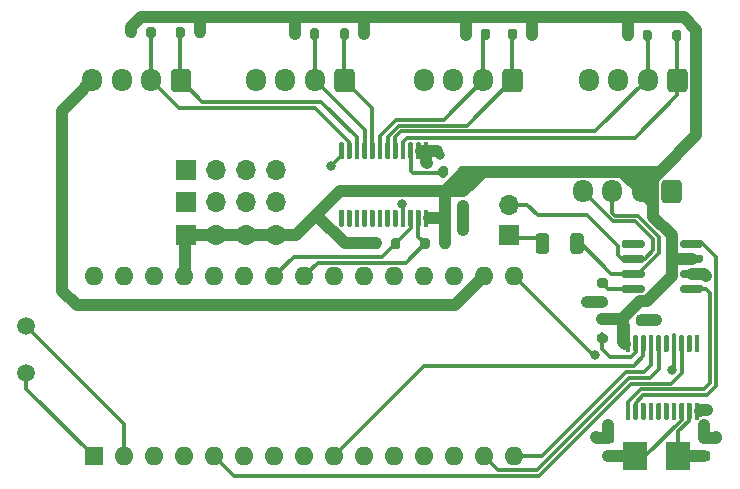
<source format=gbr>
%TF.GenerationSoftware,KiCad,Pcbnew,(5.1.9)-1*%
%TF.CreationDate,2021-08-01T22:25:33+09:30*%
%TF.ProjectId,tyre_temp_sense,74797265-5f74-4656-9d70-5f73656e7365,rev?*%
%TF.SameCoordinates,Original*%
%TF.FileFunction,Copper,L1,Top*%
%TF.FilePolarity,Positive*%
%FSLAX46Y46*%
G04 Gerber Fmt 4.6, Leading zero omitted, Abs format (unit mm)*
G04 Created by KiCad (PCBNEW (5.1.9)-1) date 2021-08-01 22:25:33*
%MOMM*%
%LPD*%
G01*
G04 APERTURE LIST*
%TA.AperFunction,ComponentPad*%
%ADD10O,1.700000X1.700000*%
%TD*%
%TA.AperFunction,ComponentPad*%
%ADD11R,1.700000X1.700000*%
%TD*%
%TA.AperFunction,SMDPad,CuDef*%
%ADD12C,1.500000*%
%TD*%
%TA.AperFunction,SMDPad,CuDef*%
%ADD13R,2.000000X2.400000*%
%TD*%
%TA.AperFunction,ComponentPad*%
%ADD14O,1.700000X1.950000*%
%TD*%
%TA.AperFunction,ComponentPad*%
%ADD15O,1.600000X1.600000*%
%TD*%
%TA.AperFunction,ComponentPad*%
%ADD16R,1.600000X1.600000*%
%TD*%
%TA.AperFunction,ViaPad*%
%ADD17C,0.800000*%
%TD*%
%TA.AperFunction,Conductor*%
%ADD18C,0.300000*%
%TD*%
%TA.AperFunction,Conductor*%
%ADD19C,1.000000*%
%TD*%
G04 APERTURE END LIST*
%TO.P,R14,2*%
%TO.N,CAN+*%
%TA.AperFunction,SMDPad,CuDef*%
G36*
G01*
X109546500Y-74625001D02*
X109546500Y-73374999D01*
G75*
G02*
X109796499Y-73125000I249999J0D01*
G01*
X110421501Y-73125000D01*
G75*
G02*
X110671500Y-73374999I0J-249999D01*
G01*
X110671500Y-74625001D01*
G75*
G02*
X110421501Y-74875000I-249999J0D01*
G01*
X109796499Y-74875000D01*
G75*
G02*
X109546500Y-74625001I0J249999D01*
G01*
G37*
%TD.AperFunction*%
%TO.P,R14,1*%
%TO.N,Net-(J6-Pad1)*%
%TA.AperFunction,SMDPad,CuDef*%
G36*
G01*
X106621500Y-74625001D02*
X106621500Y-73374999D01*
G75*
G02*
X106871499Y-73125000I249999J0D01*
G01*
X107496501Y-73125000D01*
G75*
G02*
X107746500Y-73374999I0J-249999D01*
G01*
X107746500Y-74625001D01*
G75*
G02*
X107496501Y-74875000I-249999J0D01*
G01*
X106871499Y-74875000D01*
G75*
G02*
X106621500Y-74625001I0J249999D01*
G01*
G37*
%TD.AperFunction*%
%TD*%
D10*
%TO.P,J8,4*%
%TO.N,GND*%
X84620000Y-67750000D03*
%TO.P,J8,3*%
X82080000Y-67750000D03*
%TO.P,J8,2*%
X79540000Y-67750000D03*
D11*
%TO.P,J8,1*%
X77000000Y-67750000D03*
%TD*%
D10*
%TO.P,J9,4*%
%TO.N,+5V*%
X84620000Y-73250000D03*
%TO.P,J9,3*%
X82080000Y-73250000D03*
%TO.P,J9,2*%
X79540000Y-73250000D03*
D11*
%TO.P,J9,1*%
X77000000Y-73250000D03*
%TD*%
D10*
%TO.P,J7,4*%
%TO.N,A0*%
X84620000Y-70500000D03*
%TO.P,J7,3*%
%TO.N,A1*%
X82080000Y-70500000D03*
%TO.P,J7,2*%
%TO.N,A2*%
X79540000Y-70500000D03*
D11*
%TO.P,J7,1*%
%TO.N,A3*%
X77000000Y-70500000D03*
%TD*%
D12*
%TO.P,TP9,1*%
%TO.N,Net-(A1-Pad1)*%
X63500000Y-85000000D03*
%TD*%
%TO.P,TP8,1*%
%TO.N,Net-(A1-Pad2)*%
X63500000Y-81000000D03*
%TD*%
D10*
%TO.P,J6,2*%
%TO.N,CAN-*%
X104394000Y-70739000D03*
D11*
%TO.P,J6,1*%
%TO.N,Net-(J6-Pad1)*%
X104394000Y-73279000D03*
%TD*%
%TO.P,C4,2*%
%TO.N,GND*%
%TA.AperFunction,SMDPad,CuDef*%
G36*
G01*
X115133000Y-80768000D02*
X115133000Y-80268000D01*
G75*
G02*
X115358000Y-80043000I225000J0D01*
G01*
X115808000Y-80043000D01*
G75*
G02*
X116033000Y-80268000I0J-225000D01*
G01*
X116033000Y-80768000D01*
G75*
G02*
X115808000Y-80993000I-225000J0D01*
G01*
X115358000Y-80993000D01*
G75*
G02*
X115133000Y-80768000I0J225000D01*
G01*
G37*
%TD.AperFunction*%
%TO.P,C4,1*%
%TO.N,+5V*%
%TA.AperFunction,SMDPad,CuDef*%
G36*
G01*
X113583000Y-80768000D02*
X113583000Y-80268000D01*
G75*
G02*
X113808000Y-80043000I225000J0D01*
G01*
X114258000Y-80043000D01*
G75*
G02*
X114483000Y-80268000I0J-225000D01*
G01*
X114483000Y-80768000D01*
G75*
G02*
X114258000Y-80993000I-225000J0D01*
G01*
X113808000Y-80993000D01*
G75*
G02*
X113583000Y-80768000I0J225000D01*
G01*
G37*
%TD.AperFunction*%
%TD*%
D13*
%TO.P,Y1,2*%
%TO.N,Net-(C2-Pad1)*%
X118700000Y-92000000D03*
%TO.P,Y1,1*%
%TO.N,Net-(C1-Pad1)*%
X115000000Y-92000000D03*
%TD*%
%TO.P,U3,8*%
%TO.N,Net-(R13-Pad1)*%
%TA.AperFunction,SMDPad,CuDef*%
G36*
G01*
X115848000Y-77701000D02*
X115848000Y-78001000D01*
G75*
G02*
X115698000Y-78151000I-150000J0D01*
G01*
X114048000Y-78151000D01*
G75*
G02*
X113898000Y-78001000I0J150000D01*
G01*
X113898000Y-77701000D01*
G75*
G02*
X114048000Y-77551000I150000J0D01*
G01*
X115698000Y-77551000D01*
G75*
G02*
X115848000Y-77701000I0J-150000D01*
G01*
G37*
%TD.AperFunction*%
%TO.P,U3,7*%
%TO.N,CAN+*%
%TA.AperFunction,SMDPad,CuDef*%
G36*
G01*
X115848000Y-76431000D02*
X115848000Y-76731000D01*
G75*
G02*
X115698000Y-76881000I-150000J0D01*
G01*
X114048000Y-76881000D01*
G75*
G02*
X113898000Y-76731000I0J150000D01*
G01*
X113898000Y-76431000D01*
G75*
G02*
X114048000Y-76281000I150000J0D01*
G01*
X115698000Y-76281000D01*
G75*
G02*
X115848000Y-76431000I0J-150000D01*
G01*
G37*
%TD.AperFunction*%
%TO.P,U3,6*%
%TO.N,CAN-*%
%TA.AperFunction,SMDPad,CuDef*%
G36*
G01*
X115848000Y-75161000D02*
X115848000Y-75461000D01*
G75*
G02*
X115698000Y-75611000I-150000J0D01*
G01*
X114048000Y-75611000D01*
G75*
G02*
X113898000Y-75461000I0J150000D01*
G01*
X113898000Y-75161000D01*
G75*
G02*
X114048000Y-75011000I150000J0D01*
G01*
X115698000Y-75011000D01*
G75*
G02*
X115848000Y-75161000I0J-150000D01*
G01*
G37*
%TD.AperFunction*%
%TO.P,U3,5*%
%TO.N,Net-(U3-Pad5)*%
%TA.AperFunction,SMDPad,CuDef*%
G36*
G01*
X115848000Y-73891000D02*
X115848000Y-74191000D01*
G75*
G02*
X115698000Y-74341000I-150000J0D01*
G01*
X114048000Y-74341000D01*
G75*
G02*
X113898000Y-74191000I0J150000D01*
G01*
X113898000Y-73891000D01*
G75*
G02*
X114048000Y-73741000I150000J0D01*
G01*
X115698000Y-73741000D01*
G75*
G02*
X115848000Y-73891000I0J-150000D01*
G01*
G37*
%TD.AperFunction*%
%TO.P,U3,4*%
%TO.N,Net-(U2-Pad2)*%
%TA.AperFunction,SMDPad,CuDef*%
G36*
G01*
X120798000Y-73891000D02*
X120798000Y-74191000D01*
G75*
G02*
X120648000Y-74341000I-150000J0D01*
G01*
X118998000Y-74341000D01*
G75*
G02*
X118848000Y-74191000I0J150000D01*
G01*
X118848000Y-73891000D01*
G75*
G02*
X118998000Y-73741000I150000J0D01*
G01*
X120648000Y-73741000D01*
G75*
G02*
X120798000Y-73891000I0J-150000D01*
G01*
G37*
%TD.AperFunction*%
%TO.P,U3,3*%
%TO.N,+5V*%
%TA.AperFunction,SMDPad,CuDef*%
G36*
G01*
X120798000Y-75161000D02*
X120798000Y-75461000D01*
G75*
G02*
X120648000Y-75611000I-150000J0D01*
G01*
X118998000Y-75611000D01*
G75*
G02*
X118848000Y-75461000I0J150000D01*
G01*
X118848000Y-75161000D01*
G75*
G02*
X118998000Y-75011000I150000J0D01*
G01*
X120648000Y-75011000D01*
G75*
G02*
X120798000Y-75161000I0J-150000D01*
G01*
G37*
%TD.AperFunction*%
%TO.P,U3,2*%
%TO.N,GND*%
%TA.AperFunction,SMDPad,CuDef*%
G36*
G01*
X120798000Y-76431000D02*
X120798000Y-76731000D01*
G75*
G02*
X120648000Y-76881000I-150000J0D01*
G01*
X118998000Y-76881000D01*
G75*
G02*
X118848000Y-76731000I0J150000D01*
G01*
X118848000Y-76431000D01*
G75*
G02*
X118998000Y-76281000I150000J0D01*
G01*
X120648000Y-76281000D01*
G75*
G02*
X120798000Y-76431000I0J-150000D01*
G01*
G37*
%TD.AperFunction*%
%TO.P,U3,1*%
%TO.N,Net-(U2-Pad1)*%
%TA.AperFunction,SMDPad,CuDef*%
G36*
G01*
X120798000Y-77701000D02*
X120798000Y-78001000D01*
G75*
G02*
X120648000Y-78151000I-150000J0D01*
G01*
X118998000Y-78151000D01*
G75*
G02*
X118848000Y-78001000I0J150000D01*
G01*
X118848000Y-77701000D01*
G75*
G02*
X118998000Y-77551000I150000J0D01*
G01*
X120648000Y-77551000D01*
G75*
G02*
X120798000Y-77701000I0J-150000D01*
G01*
G37*
%TD.AperFunction*%
%TD*%
%TO.P,U2,20*%
%TO.N,+5V*%
%TA.AperFunction,SMDPad,CuDef*%
G36*
G01*
X114523000Y-83219000D02*
X114323000Y-83219000D01*
G75*
G02*
X114223000Y-83119000I0J100000D01*
G01*
X114223000Y-81844000D01*
G75*
G02*
X114323000Y-81744000I100000J0D01*
G01*
X114523000Y-81744000D01*
G75*
G02*
X114623000Y-81844000I0J-100000D01*
G01*
X114623000Y-83119000D01*
G75*
G02*
X114523000Y-83219000I-100000J0D01*
G01*
G37*
%TD.AperFunction*%
%TO.P,U2,19*%
%TO.N,Net-(R12-Pad2)*%
%TA.AperFunction,SMDPad,CuDef*%
G36*
G01*
X115173000Y-83219000D02*
X114973000Y-83219000D01*
G75*
G02*
X114873000Y-83119000I0J100000D01*
G01*
X114873000Y-81844000D01*
G75*
G02*
X114973000Y-81744000I100000J0D01*
G01*
X115173000Y-81744000D01*
G75*
G02*
X115273000Y-81844000I0J-100000D01*
G01*
X115273000Y-83119000D01*
G75*
G02*
X115173000Y-83219000I-100000J0D01*
G01*
G37*
%TD.AperFunction*%
%TO.P,U2,18*%
%TO.N,D6*%
%TA.AperFunction,SMDPad,CuDef*%
G36*
G01*
X115823000Y-83219000D02*
X115623000Y-83219000D01*
G75*
G02*
X115523000Y-83119000I0J100000D01*
G01*
X115523000Y-81844000D01*
G75*
G02*
X115623000Y-81744000I100000J0D01*
G01*
X115823000Y-81744000D01*
G75*
G02*
X115923000Y-81844000I0J-100000D01*
G01*
X115923000Y-83119000D01*
G75*
G02*
X115823000Y-83219000I-100000J0D01*
G01*
G37*
%TD.AperFunction*%
%TO.P,U2,17*%
%TO.N,MISO_CAN*%
%TA.AperFunction,SMDPad,CuDef*%
G36*
G01*
X116473000Y-83219000D02*
X116273000Y-83219000D01*
G75*
G02*
X116173000Y-83119000I0J100000D01*
G01*
X116173000Y-81844000D01*
G75*
G02*
X116273000Y-81744000I100000J0D01*
G01*
X116473000Y-81744000D01*
G75*
G02*
X116573000Y-81844000I0J-100000D01*
G01*
X116573000Y-83119000D01*
G75*
G02*
X116473000Y-83219000I-100000J0D01*
G01*
G37*
%TD.AperFunction*%
%TO.P,U2,16*%
%TO.N,MOSI_CAN*%
%TA.AperFunction,SMDPad,CuDef*%
G36*
G01*
X117123000Y-83219000D02*
X116923000Y-83219000D01*
G75*
G02*
X116823000Y-83119000I0J100000D01*
G01*
X116823000Y-81844000D01*
G75*
G02*
X116923000Y-81744000I100000J0D01*
G01*
X117123000Y-81744000D01*
G75*
G02*
X117223000Y-81844000I0J-100000D01*
G01*
X117223000Y-83119000D01*
G75*
G02*
X117123000Y-83219000I-100000J0D01*
G01*
G37*
%TD.AperFunction*%
%TO.P,U2,15*%
%TO.N,Net-(U2-Pad15)*%
%TA.AperFunction,SMDPad,CuDef*%
G36*
G01*
X117773000Y-83219000D02*
X117573000Y-83219000D01*
G75*
G02*
X117473000Y-83119000I0J100000D01*
G01*
X117473000Y-81844000D01*
G75*
G02*
X117573000Y-81744000I100000J0D01*
G01*
X117773000Y-81744000D01*
G75*
G02*
X117873000Y-81844000I0J-100000D01*
G01*
X117873000Y-83119000D01*
G75*
G02*
X117773000Y-83219000I-100000J0D01*
G01*
G37*
%TD.AperFunction*%
%TO.P,U2,14*%
%TO.N,CLK_CAN*%
%TA.AperFunction,SMDPad,CuDef*%
G36*
G01*
X118423000Y-83219000D02*
X118223000Y-83219000D01*
G75*
G02*
X118123000Y-83119000I0J100000D01*
G01*
X118123000Y-81844000D01*
G75*
G02*
X118223000Y-81744000I100000J0D01*
G01*
X118423000Y-81744000D01*
G75*
G02*
X118523000Y-81844000I0J-100000D01*
G01*
X118523000Y-83119000D01*
G75*
G02*
X118423000Y-83219000I-100000J0D01*
G01*
G37*
%TD.AperFunction*%
%TO.P,U2,13*%
%TO.N,D2*%
%TA.AperFunction,SMDPad,CuDef*%
G36*
G01*
X119073000Y-83219000D02*
X118873000Y-83219000D01*
G75*
G02*
X118773000Y-83119000I0J100000D01*
G01*
X118773000Y-81844000D01*
G75*
G02*
X118873000Y-81744000I100000J0D01*
G01*
X119073000Y-81744000D01*
G75*
G02*
X119173000Y-81844000I0J-100000D01*
G01*
X119173000Y-83119000D01*
G75*
G02*
X119073000Y-83219000I-100000J0D01*
G01*
G37*
%TD.AperFunction*%
%TO.P,U2,12*%
%TO.N,Net-(U2-Pad12)*%
%TA.AperFunction,SMDPad,CuDef*%
G36*
G01*
X119723000Y-83219000D02*
X119523000Y-83219000D01*
G75*
G02*
X119423000Y-83119000I0J100000D01*
G01*
X119423000Y-81844000D01*
G75*
G02*
X119523000Y-81744000I100000J0D01*
G01*
X119723000Y-81744000D01*
G75*
G02*
X119823000Y-81844000I0J-100000D01*
G01*
X119823000Y-83119000D01*
G75*
G02*
X119723000Y-83219000I-100000J0D01*
G01*
G37*
%TD.AperFunction*%
%TO.P,U2,11*%
%TO.N,Net-(U2-Pad11)*%
%TA.AperFunction,SMDPad,CuDef*%
G36*
G01*
X120373000Y-83219000D02*
X120173000Y-83219000D01*
G75*
G02*
X120073000Y-83119000I0J100000D01*
G01*
X120073000Y-81844000D01*
G75*
G02*
X120173000Y-81744000I100000J0D01*
G01*
X120373000Y-81744000D01*
G75*
G02*
X120473000Y-81844000I0J-100000D01*
G01*
X120473000Y-83119000D01*
G75*
G02*
X120373000Y-83219000I-100000J0D01*
G01*
G37*
%TD.AperFunction*%
%TO.P,U2,10*%
%TO.N,GND*%
%TA.AperFunction,SMDPad,CuDef*%
G36*
G01*
X120373000Y-88944000D02*
X120173000Y-88944000D01*
G75*
G02*
X120073000Y-88844000I0J100000D01*
G01*
X120073000Y-87569000D01*
G75*
G02*
X120173000Y-87469000I100000J0D01*
G01*
X120373000Y-87469000D01*
G75*
G02*
X120473000Y-87569000I0J-100000D01*
G01*
X120473000Y-88844000D01*
G75*
G02*
X120373000Y-88944000I-100000J0D01*
G01*
G37*
%TD.AperFunction*%
%TO.P,U2,9*%
%TO.N,Net-(C2-Pad1)*%
%TA.AperFunction,SMDPad,CuDef*%
G36*
G01*
X119723000Y-88944000D02*
X119523000Y-88944000D01*
G75*
G02*
X119423000Y-88844000I0J100000D01*
G01*
X119423000Y-87569000D01*
G75*
G02*
X119523000Y-87469000I100000J0D01*
G01*
X119723000Y-87469000D01*
G75*
G02*
X119823000Y-87569000I0J-100000D01*
G01*
X119823000Y-88844000D01*
G75*
G02*
X119723000Y-88944000I-100000J0D01*
G01*
G37*
%TD.AperFunction*%
%TO.P,U2,8*%
%TO.N,Net-(C1-Pad1)*%
%TA.AperFunction,SMDPad,CuDef*%
G36*
G01*
X119073000Y-88944000D02*
X118873000Y-88944000D01*
G75*
G02*
X118773000Y-88844000I0J100000D01*
G01*
X118773000Y-87569000D01*
G75*
G02*
X118873000Y-87469000I100000J0D01*
G01*
X119073000Y-87469000D01*
G75*
G02*
X119173000Y-87569000I0J-100000D01*
G01*
X119173000Y-88844000D01*
G75*
G02*
X119073000Y-88944000I-100000J0D01*
G01*
G37*
%TD.AperFunction*%
%TO.P,U2,7*%
%TO.N,Net-(U2-Pad7)*%
%TA.AperFunction,SMDPad,CuDef*%
G36*
G01*
X118423000Y-88944000D02*
X118223000Y-88944000D01*
G75*
G02*
X118123000Y-88844000I0J100000D01*
G01*
X118123000Y-87569000D01*
G75*
G02*
X118223000Y-87469000I100000J0D01*
G01*
X118423000Y-87469000D01*
G75*
G02*
X118523000Y-87569000I0J-100000D01*
G01*
X118523000Y-88844000D01*
G75*
G02*
X118423000Y-88944000I-100000J0D01*
G01*
G37*
%TD.AperFunction*%
%TO.P,U2,6*%
%TO.N,Net-(U2-Pad6)*%
%TA.AperFunction,SMDPad,CuDef*%
G36*
G01*
X117773000Y-88944000D02*
X117573000Y-88944000D01*
G75*
G02*
X117473000Y-88844000I0J100000D01*
G01*
X117473000Y-87569000D01*
G75*
G02*
X117573000Y-87469000I100000J0D01*
G01*
X117773000Y-87469000D01*
G75*
G02*
X117873000Y-87569000I0J-100000D01*
G01*
X117873000Y-88844000D01*
G75*
G02*
X117773000Y-88944000I-100000J0D01*
G01*
G37*
%TD.AperFunction*%
%TO.P,U2,5*%
%TO.N,Net-(U2-Pad5)*%
%TA.AperFunction,SMDPad,CuDef*%
G36*
G01*
X117123000Y-88944000D02*
X116923000Y-88944000D01*
G75*
G02*
X116823000Y-88844000I0J100000D01*
G01*
X116823000Y-87569000D01*
G75*
G02*
X116923000Y-87469000I100000J0D01*
G01*
X117123000Y-87469000D01*
G75*
G02*
X117223000Y-87569000I0J-100000D01*
G01*
X117223000Y-88844000D01*
G75*
G02*
X117123000Y-88944000I-100000J0D01*
G01*
G37*
%TD.AperFunction*%
%TO.P,U2,4*%
%TO.N,Net-(U2-Pad4)*%
%TA.AperFunction,SMDPad,CuDef*%
G36*
G01*
X116473000Y-88944000D02*
X116273000Y-88944000D01*
G75*
G02*
X116173000Y-88844000I0J100000D01*
G01*
X116173000Y-87569000D01*
G75*
G02*
X116273000Y-87469000I100000J0D01*
G01*
X116473000Y-87469000D01*
G75*
G02*
X116573000Y-87569000I0J-100000D01*
G01*
X116573000Y-88844000D01*
G75*
G02*
X116473000Y-88944000I-100000J0D01*
G01*
G37*
%TD.AperFunction*%
%TO.P,U2,3*%
%TO.N,Net-(U2-Pad3)*%
%TA.AperFunction,SMDPad,CuDef*%
G36*
G01*
X115823000Y-88944000D02*
X115623000Y-88944000D01*
G75*
G02*
X115523000Y-88844000I0J100000D01*
G01*
X115523000Y-87569000D01*
G75*
G02*
X115623000Y-87469000I100000J0D01*
G01*
X115823000Y-87469000D01*
G75*
G02*
X115923000Y-87569000I0J-100000D01*
G01*
X115923000Y-88844000D01*
G75*
G02*
X115823000Y-88944000I-100000J0D01*
G01*
G37*
%TD.AperFunction*%
%TO.P,U2,2*%
%TO.N,Net-(U2-Pad2)*%
%TA.AperFunction,SMDPad,CuDef*%
G36*
G01*
X115173000Y-88944000D02*
X114973000Y-88944000D01*
G75*
G02*
X114873000Y-88844000I0J100000D01*
G01*
X114873000Y-87569000D01*
G75*
G02*
X114973000Y-87469000I100000J0D01*
G01*
X115173000Y-87469000D01*
G75*
G02*
X115273000Y-87569000I0J-100000D01*
G01*
X115273000Y-88844000D01*
G75*
G02*
X115173000Y-88944000I-100000J0D01*
G01*
G37*
%TD.AperFunction*%
%TO.P,U2,1*%
%TO.N,Net-(U2-Pad1)*%
%TA.AperFunction,SMDPad,CuDef*%
G36*
G01*
X114523000Y-88944000D02*
X114323000Y-88944000D01*
G75*
G02*
X114223000Y-88844000I0J100000D01*
G01*
X114223000Y-87569000D01*
G75*
G02*
X114323000Y-87469000I100000J0D01*
G01*
X114523000Y-87469000D01*
G75*
G02*
X114623000Y-87569000I0J-100000D01*
G01*
X114623000Y-88844000D01*
G75*
G02*
X114523000Y-88944000I-100000J0D01*
G01*
G37*
%TD.AperFunction*%
%TD*%
%TO.P,U1,24*%
%TO.N,+5V*%
%TA.AperFunction,SMDPad,CuDef*%
G36*
G01*
X97225000Y-71125000D02*
X97425000Y-71125000D01*
G75*
G02*
X97525000Y-71225000I0J-100000D01*
G01*
X97525000Y-72500000D01*
G75*
G02*
X97425000Y-72600000I-100000J0D01*
G01*
X97225000Y-72600000D01*
G75*
G02*
X97125000Y-72500000I0J100000D01*
G01*
X97125000Y-71225000D01*
G75*
G02*
X97225000Y-71125000I100000J0D01*
G01*
G37*
%TD.AperFunction*%
%TO.P,U1,23*%
%TO.N,SDA*%
%TA.AperFunction,SMDPad,CuDef*%
G36*
G01*
X96575000Y-71125000D02*
X96775000Y-71125000D01*
G75*
G02*
X96875000Y-71225000I0J-100000D01*
G01*
X96875000Y-72500000D01*
G75*
G02*
X96775000Y-72600000I-100000J0D01*
G01*
X96575000Y-72600000D01*
G75*
G02*
X96475000Y-72500000I0J100000D01*
G01*
X96475000Y-71225000D01*
G75*
G02*
X96575000Y-71125000I100000J0D01*
G01*
G37*
%TD.AperFunction*%
%TO.P,U1,22*%
%TO.N,SCL*%
%TA.AperFunction,SMDPad,CuDef*%
G36*
G01*
X95925000Y-71125000D02*
X96125000Y-71125000D01*
G75*
G02*
X96225000Y-71225000I0J-100000D01*
G01*
X96225000Y-72500000D01*
G75*
G02*
X96125000Y-72600000I-100000J0D01*
G01*
X95925000Y-72600000D01*
G75*
G02*
X95825000Y-72500000I0J100000D01*
G01*
X95825000Y-71225000D01*
G75*
G02*
X95925000Y-71125000I100000J0D01*
G01*
G37*
%TD.AperFunction*%
%TO.P,U1,21*%
%TO.N,GND*%
%TA.AperFunction,SMDPad,CuDef*%
G36*
G01*
X95275000Y-71125000D02*
X95475000Y-71125000D01*
G75*
G02*
X95575000Y-71225000I0J-100000D01*
G01*
X95575000Y-72500000D01*
G75*
G02*
X95475000Y-72600000I-100000J0D01*
G01*
X95275000Y-72600000D01*
G75*
G02*
X95175000Y-72500000I0J100000D01*
G01*
X95175000Y-71225000D01*
G75*
G02*
X95275000Y-71125000I100000J0D01*
G01*
G37*
%TD.AperFunction*%
%TO.P,U1,20*%
%TO.N,Net-(U1-Pad20)*%
%TA.AperFunction,SMDPad,CuDef*%
G36*
G01*
X94625000Y-71125000D02*
X94825000Y-71125000D01*
G75*
G02*
X94925000Y-71225000I0J-100000D01*
G01*
X94925000Y-72500000D01*
G75*
G02*
X94825000Y-72600000I-100000J0D01*
G01*
X94625000Y-72600000D01*
G75*
G02*
X94525000Y-72500000I0J100000D01*
G01*
X94525000Y-71225000D01*
G75*
G02*
X94625000Y-71125000I100000J0D01*
G01*
G37*
%TD.AperFunction*%
%TO.P,U1,19*%
%TO.N,Net-(U1-Pad19)*%
%TA.AperFunction,SMDPad,CuDef*%
G36*
G01*
X93975000Y-71125000D02*
X94175000Y-71125000D01*
G75*
G02*
X94275000Y-71225000I0J-100000D01*
G01*
X94275000Y-72500000D01*
G75*
G02*
X94175000Y-72600000I-100000J0D01*
G01*
X93975000Y-72600000D01*
G75*
G02*
X93875000Y-72500000I0J100000D01*
G01*
X93875000Y-71225000D01*
G75*
G02*
X93975000Y-71125000I100000J0D01*
G01*
G37*
%TD.AperFunction*%
%TO.P,U1,18*%
%TO.N,Net-(U1-Pad18)*%
%TA.AperFunction,SMDPad,CuDef*%
G36*
G01*
X93325000Y-71125000D02*
X93525000Y-71125000D01*
G75*
G02*
X93625000Y-71225000I0J-100000D01*
G01*
X93625000Y-72500000D01*
G75*
G02*
X93525000Y-72600000I-100000J0D01*
G01*
X93325000Y-72600000D01*
G75*
G02*
X93225000Y-72500000I0J100000D01*
G01*
X93225000Y-71225000D01*
G75*
G02*
X93325000Y-71125000I100000J0D01*
G01*
G37*
%TD.AperFunction*%
%TO.P,U1,17*%
%TO.N,Net-(U1-Pad17)*%
%TA.AperFunction,SMDPad,CuDef*%
G36*
G01*
X92675000Y-71125000D02*
X92875000Y-71125000D01*
G75*
G02*
X92975000Y-71225000I0J-100000D01*
G01*
X92975000Y-72500000D01*
G75*
G02*
X92875000Y-72600000I-100000J0D01*
G01*
X92675000Y-72600000D01*
G75*
G02*
X92575000Y-72500000I0J100000D01*
G01*
X92575000Y-71225000D01*
G75*
G02*
X92675000Y-71125000I100000J0D01*
G01*
G37*
%TD.AperFunction*%
%TO.P,U1,16*%
%TO.N,Net-(U1-Pad16)*%
%TA.AperFunction,SMDPad,CuDef*%
G36*
G01*
X92025000Y-71125000D02*
X92225000Y-71125000D01*
G75*
G02*
X92325000Y-71225000I0J-100000D01*
G01*
X92325000Y-72500000D01*
G75*
G02*
X92225000Y-72600000I-100000J0D01*
G01*
X92025000Y-72600000D01*
G75*
G02*
X91925000Y-72500000I0J100000D01*
G01*
X91925000Y-71225000D01*
G75*
G02*
X92025000Y-71125000I100000J0D01*
G01*
G37*
%TD.AperFunction*%
%TO.P,U1,15*%
%TO.N,Net-(U1-Pad15)*%
%TA.AperFunction,SMDPad,CuDef*%
G36*
G01*
X91375000Y-71125000D02*
X91575000Y-71125000D01*
G75*
G02*
X91675000Y-71225000I0J-100000D01*
G01*
X91675000Y-72500000D01*
G75*
G02*
X91575000Y-72600000I-100000J0D01*
G01*
X91375000Y-72600000D01*
G75*
G02*
X91275000Y-72500000I0J100000D01*
G01*
X91275000Y-71225000D01*
G75*
G02*
X91375000Y-71125000I100000J0D01*
G01*
G37*
%TD.AperFunction*%
%TO.P,U1,14*%
%TO.N,Net-(U1-Pad14)*%
%TA.AperFunction,SMDPad,CuDef*%
G36*
G01*
X90725000Y-71125000D02*
X90925000Y-71125000D01*
G75*
G02*
X91025000Y-71225000I0J-100000D01*
G01*
X91025000Y-72500000D01*
G75*
G02*
X90925000Y-72600000I-100000J0D01*
G01*
X90725000Y-72600000D01*
G75*
G02*
X90625000Y-72500000I0J100000D01*
G01*
X90625000Y-71225000D01*
G75*
G02*
X90725000Y-71125000I100000J0D01*
G01*
G37*
%TD.AperFunction*%
%TO.P,U1,13*%
%TO.N,Net-(U1-Pad13)*%
%TA.AperFunction,SMDPad,CuDef*%
G36*
G01*
X90075000Y-71125000D02*
X90275000Y-71125000D01*
G75*
G02*
X90375000Y-71225000I0J-100000D01*
G01*
X90375000Y-72500000D01*
G75*
G02*
X90275000Y-72600000I-100000J0D01*
G01*
X90075000Y-72600000D01*
G75*
G02*
X89975000Y-72500000I0J100000D01*
G01*
X89975000Y-71225000D01*
G75*
G02*
X90075000Y-71125000I100000J0D01*
G01*
G37*
%TD.AperFunction*%
%TO.P,U1,12*%
%TO.N,GND*%
%TA.AperFunction,SMDPad,CuDef*%
G36*
G01*
X90075000Y-65400000D02*
X90275000Y-65400000D01*
G75*
G02*
X90375000Y-65500000I0J-100000D01*
G01*
X90375000Y-66775000D01*
G75*
G02*
X90275000Y-66875000I-100000J0D01*
G01*
X90075000Y-66875000D01*
G75*
G02*
X89975000Y-66775000I0J100000D01*
G01*
X89975000Y-65500000D01*
G75*
G02*
X90075000Y-65400000I100000J0D01*
G01*
G37*
%TD.AperFunction*%
%TO.P,U1,11*%
%TO.N,Net-(J5-Pad2)*%
%TA.AperFunction,SMDPad,CuDef*%
G36*
G01*
X90725000Y-65400000D02*
X90925000Y-65400000D01*
G75*
G02*
X91025000Y-65500000I0J-100000D01*
G01*
X91025000Y-66775000D01*
G75*
G02*
X90925000Y-66875000I-100000J0D01*
G01*
X90725000Y-66875000D01*
G75*
G02*
X90625000Y-66775000I0J100000D01*
G01*
X90625000Y-65500000D01*
G75*
G02*
X90725000Y-65400000I100000J0D01*
G01*
G37*
%TD.AperFunction*%
%TO.P,U1,10*%
%TO.N,Net-(J5-Pad1)*%
%TA.AperFunction,SMDPad,CuDef*%
G36*
G01*
X91375000Y-65400000D02*
X91575000Y-65400000D01*
G75*
G02*
X91675000Y-65500000I0J-100000D01*
G01*
X91675000Y-66775000D01*
G75*
G02*
X91575000Y-66875000I-100000J0D01*
G01*
X91375000Y-66875000D01*
G75*
G02*
X91275000Y-66775000I0J100000D01*
G01*
X91275000Y-65500000D01*
G75*
G02*
X91375000Y-65400000I100000J0D01*
G01*
G37*
%TD.AperFunction*%
%TO.P,U1,9*%
%TO.N,Net-(J4-Pad2)*%
%TA.AperFunction,SMDPad,CuDef*%
G36*
G01*
X92025000Y-65400000D02*
X92225000Y-65400000D01*
G75*
G02*
X92325000Y-65500000I0J-100000D01*
G01*
X92325000Y-66775000D01*
G75*
G02*
X92225000Y-66875000I-100000J0D01*
G01*
X92025000Y-66875000D01*
G75*
G02*
X91925000Y-66775000I0J100000D01*
G01*
X91925000Y-65500000D01*
G75*
G02*
X92025000Y-65400000I100000J0D01*
G01*
G37*
%TD.AperFunction*%
%TO.P,U1,8*%
%TO.N,Net-(J4-Pad1)*%
%TA.AperFunction,SMDPad,CuDef*%
G36*
G01*
X92675000Y-65400000D02*
X92875000Y-65400000D01*
G75*
G02*
X92975000Y-65500000I0J-100000D01*
G01*
X92975000Y-66775000D01*
G75*
G02*
X92875000Y-66875000I-100000J0D01*
G01*
X92675000Y-66875000D01*
G75*
G02*
X92575000Y-66775000I0J100000D01*
G01*
X92575000Y-65500000D01*
G75*
G02*
X92675000Y-65400000I100000J0D01*
G01*
G37*
%TD.AperFunction*%
%TO.P,U1,7*%
%TO.N,Net-(J3-Pad2)*%
%TA.AperFunction,SMDPad,CuDef*%
G36*
G01*
X93325000Y-65400000D02*
X93525000Y-65400000D01*
G75*
G02*
X93625000Y-65500000I0J-100000D01*
G01*
X93625000Y-66775000D01*
G75*
G02*
X93525000Y-66875000I-100000J0D01*
G01*
X93325000Y-66875000D01*
G75*
G02*
X93225000Y-66775000I0J100000D01*
G01*
X93225000Y-65500000D01*
G75*
G02*
X93325000Y-65400000I100000J0D01*
G01*
G37*
%TD.AperFunction*%
%TO.P,U1,6*%
%TO.N,Net-(J3-Pad1)*%
%TA.AperFunction,SMDPad,CuDef*%
G36*
G01*
X93975000Y-65400000D02*
X94175000Y-65400000D01*
G75*
G02*
X94275000Y-65500000I0J-100000D01*
G01*
X94275000Y-66775000D01*
G75*
G02*
X94175000Y-66875000I-100000J0D01*
G01*
X93975000Y-66875000D01*
G75*
G02*
X93875000Y-66775000I0J100000D01*
G01*
X93875000Y-65500000D01*
G75*
G02*
X93975000Y-65400000I100000J0D01*
G01*
G37*
%TD.AperFunction*%
%TO.P,U1,5*%
%TO.N,Net-(J2-Pad2)*%
%TA.AperFunction,SMDPad,CuDef*%
G36*
G01*
X94625000Y-65400000D02*
X94825000Y-65400000D01*
G75*
G02*
X94925000Y-65500000I0J-100000D01*
G01*
X94925000Y-66775000D01*
G75*
G02*
X94825000Y-66875000I-100000J0D01*
G01*
X94625000Y-66875000D01*
G75*
G02*
X94525000Y-66775000I0J100000D01*
G01*
X94525000Y-65500000D01*
G75*
G02*
X94625000Y-65400000I100000J0D01*
G01*
G37*
%TD.AperFunction*%
%TO.P,U1,4*%
%TO.N,Net-(J2-Pad1)*%
%TA.AperFunction,SMDPad,CuDef*%
G36*
G01*
X95275000Y-65400000D02*
X95475000Y-65400000D01*
G75*
G02*
X95575000Y-65500000I0J-100000D01*
G01*
X95575000Y-66775000D01*
G75*
G02*
X95475000Y-66875000I-100000J0D01*
G01*
X95275000Y-66875000D01*
G75*
G02*
X95175000Y-66775000I0J100000D01*
G01*
X95175000Y-65500000D01*
G75*
G02*
X95275000Y-65400000I100000J0D01*
G01*
G37*
%TD.AperFunction*%
%TO.P,U1,3*%
%TO.N,Net-(R1-Pad2)*%
%TA.AperFunction,SMDPad,CuDef*%
G36*
G01*
X95925000Y-65400000D02*
X96125000Y-65400000D01*
G75*
G02*
X96225000Y-65500000I0J-100000D01*
G01*
X96225000Y-66775000D01*
G75*
G02*
X96125000Y-66875000I-100000J0D01*
G01*
X95925000Y-66875000D01*
G75*
G02*
X95825000Y-66775000I0J100000D01*
G01*
X95825000Y-65500000D01*
G75*
G02*
X95925000Y-65400000I100000J0D01*
G01*
G37*
%TD.AperFunction*%
%TO.P,U1,2*%
%TO.N,GND*%
%TA.AperFunction,SMDPad,CuDef*%
G36*
G01*
X96575000Y-65400000D02*
X96775000Y-65400000D01*
G75*
G02*
X96875000Y-65500000I0J-100000D01*
G01*
X96875000Y-66775000D01*
G75*
G02*
X96775000Y-66875000I-100000J0D01*
G01*
X96575000Y-66875000D01*
G75*
G02*
X96475000Y-66775000I0J100000D01*
G01*
X96475000Y-65500000D01*
G75*
G02*
X96575000Y-65400000I100000J0D01*
G01*
G37*
%TD.AperFunction*%
%TO.P,U1,1*%
%TA.AperFunction,SMDPad,CuDef*%
G36*
G01*
X97225000Y-65400000D02*
X97425000Y-65400000D01*
G75*
G02*
X97525000Y-65500000I0J-100000D01*
G01*
X97525000Y-66775000D01*
G75*
G02*
X97425000Y-66875000I-100000J0D01*
G01*
X97225000Y-66875000D01*
G75*
G02*
X97125000Y-66775000I0J100000D01*
G01*
X97125000Y-65500000D01*
G75*
G02*
X97225000Y-65400000I100000J0D01*
G01*
G37*
%TD.AperFunction*%
%TD*%
%TO.P,R13,2*%
%TO.N,GND*%
%TA.AperFunction,SMDPad,CuDef*%
G36*
G01*
X111993000Y-78593000D02*
X112543000Y-78593000D01*
G75*
G02*
X112743000Y-78793000I0J-200000D01*
G01*
X112743000Y-79193000D01*
G75*
G02*
X112543000Y-79393000I-200000J0D01*
G01*
X111993000Y-79393000D01*
G75*
G02*
X111793000Y-79193000I0J200000D01*
G01*
X111793000Y-78793000D01*
G75*
G02*
X111993000Y-78593000I200000J0D01*
G01*
G37*
%TD.AperFunction*%
%TO.P,R13,1*%
%TO.N,Net-(R13-Pad1)*%
%TA.AperFunction,SMDPad,CuDef*%
G36*
G01*
X111993000Y-76943000D02*
X112543000Y-76943000D01*
G75*
G02*
X112743000Y-77143000I0J-200000D01*
G01*
X112743000Y-77543000D01*
G75*
G02*
X112543000Y-77743000I-200000J0D01*
G01*
X111993000Y-77743000D01*
G75*
G02*
X111793000Y-77543000I0J200000D01*
G01*
X111793000Y-77143000D01*
G75*
G02*
X111993000Y-76943000I200000J0D01*
G01*
G37*
%TD.AperFunction*%
%TD*%
%TO.P,R12,2*%
%TO.N,Net-(R12-Pad2)*%
%TA.AperFunction,SMDPad,CuDef*%
G36*
G01*
X111993000Y-81642000D02*
X112543000Y-81642000D01*
G75*
G02*
X112743000Y-81842000I0J-200000D01*
G01*
X112743000Y-82242000D01*
G75*
G02*
X112543000Y-82442000I-200000J0D01*
G01*
X111993000Y-82442000D01*
G75*
G02*
X111793000Y-82242000I0J200000D01*
G01*
X111793000Y-81842000D01*
G75*
G02*
X111993000Y-81642000I200000J0D01*
G01*
G37*
%TD.AperFunction*%
%TO.P,R12,1*%
%TO.N,+5V*%
%TA.AperFunction,SMDPad,CuDef*%
G36*
G01*
X111993000Y-79992000D02*
X112543000Y-79992000D01*
G75*
G02*
X112743000Y-80192000I0J-200000D01*
G01*
X112743000Y-80592000D01*
G75*
G02*
X112543000Y-80792000I-200000J0D01*
G01*
X111993000Y-80792000D01*
G75*
G02*
X111793000Y-80592000I0J200000D01*
G01*
X111793000Y-80192000D01*
G75*
G02*
X111993000Y-79992000I200000J0D01*
G01*
G37*
%TD.AperFunction*%
%TD*%
%TO.P,R11,2*%
%TO.N,Net-(J5-Pad1)*%
%TA.AperFunction,SMDPad,CuDef*%
G36*
G01*
X76918000Y-55859000D02*
X76918000Y-56409000D01*
G75*
G02*
X76718000Y-56609000I-200000J0D01*
G01*
X76318000Y-56609000D01*
G75*
G02*
X76118000Y-56409000I0J200000D01*
G01*
X76118000Y-55859000D01*
G75*
G02*
X76318000Y-55659000I200000J0D01*
G01*
X76718000Y-55659000D01*
G75*
G02*
X76918000Y-55859000I0J-200000D01*
G01*
G37*
%TD.AperFunction*%
%TO.P,R11,1*%
%TO.N,+5V*%
%TA.AperFunction,SMDPad,CuDef*%
G36*
G01*
X78568000Y-55859000D02*
X78568000Y-56409000D01*
G75*
G02*
X78368000Y-56609000I-200000J0D01*
G01*
X77968000Y-56609000D01*
G75*
G02*
X77768000Y-56409000I0J200000D01*
G01*
X77768000Y-55859000D01*
G75*
G02*
X77968000Y-55659000I200000J0D01*
G01*
X78368000Y-55659000D01*
G75*
G02*
X78568000Y-55859000I0J-200000D01*
G01*
G37*
%TD.AperFunction*%
%TD*%
%TO.P,R10,2*%
%TO.N,Net-(J5-Pad2)*%
%TA.AperFunction,SMDPad,CuDef*%
G36*
G01*
X73641000Y-56409000D02*
X73641000Y-55859000D01*
G75*
G02*
X73841000Y-55659000I200000J0D01*
G01*
X74241000Y-55659000D01*
G75*
G02*
X74441000Y-55859000I0J-200000D01*
G01*
X74441000Y-56409000D01*
G75*
G02*
X74241000Y-56609000I-200000J0D01*
G01*
X73841000Y-56609000D01*
G75*
G02*
X73641000Y-56409000I0J200000D01*
G01*
G37*
%TD.AperFunction*%
%TO.P,R10,1*%
%TO.N,+5V*%
%TA.AperFunction,SMDPad,CuDef*%
G36*
G01*
X71991000Y-56409000D02*
X71991000Y-55859000D01*
G75*
G02*
X72191000Y-55659000I200000J0D01*
G01*
X72591000Y-55659000D01*
G75*
G02*
X72791000Y-55859000I0J-200000D01*
G01*
X72791000Y-56409000D01*
G75*
G02*
X72591000Y-56609000I-200000J0D01*
G01*
X72191000Y-56609000D01*
G75*
G02*
X71991000Y-56409000I0J200000D01*
G01*
G37*
%TD.AperFunction*%
%TD*%
%TO.P,R9,2*%
%TO.N,Net-(J4-Pad1)*%
%TA.AperFunction,SMDPad,CuDef*%
G36*
G01*
X90824000Y-55986000D02*
X90824000Y-56536000D01*
G75*
G02*
X90624000Y-56736000I-200000J0D01*
G01*
X90224000Y-56736000D01*
G75*
G02*
X90024000Y-56536000I0J200000D01*
G01*
X90024000Y-55986000D01*
G75*
G02*
X90224000Y-55786000I200000J0D01*
G01*
X90624000Y-55786000D01*
G75*
G02*
X90824000Y-55986000I0J-200000D01*
G01*
G37*
%TD.AperFunction*%
%TO.P,R9,1*%
%TO.N,+5V*%
%TA.AperFunction,SMDPad,CuDef*%
G36*
G01*
X92474000Y-55986000D02*
X92474000Y-56536000D01*
G75*
G02*
X92274000Y-56736000I-200000J0D01*
G01*
X91874000Y-56736000D01*
G75*
G02*
X91674000Y-56536000I0J200000D01*
G01*
X91674000Y-55986000D01*
G75*
G02*
X91874000Y-55786000I200000J0D01*
G01*
X92274000Y-55786000D01*
G75*
G02*
X92474000Y-55986000I0J-200000D01*
G01*
G37*
%TD.AperFunction*%
%TD*%
%TO.P,R8,2*%
%TO.N,Net-(J4-Pad2)*%
%TA.AperFunction,SMDPad,CuDef*%
G36*
G01*
X87484000Y-56536000D02*
X87484000Y-55986000D01*
G75*
G02*
X87684000Y-55786000I200000J0D01*
G01*
X88084000Y-55786000D01*
G75*
G02*
X88284000Y-55986000I0J-200000D01*
G01*
X88284000Y-56536000D01*
G75*
G02*
X88084000Y-56736000I-200000J0D01*
G01*
X87684000Y-56736000D01*
G75*
G02*
X87484000Y-56536000I0J200000D01*
G01*
G37*
%TD.AperFunction*%
%TO.P,R8,1*%
%TO.N,+5V*%
%TA.AperFunction,SMDPad,CuDef*%
G36*
G01*
X85834000Y-56536000D02*
X85834000Y-55986000D01*
G75*
G02*
X86034000Y-55786000I200000J0D01*
G01*
X86434000Y-55786000D01*
G75*
G02*
X86634000Y-55986000I0J-200000D01*
G01*
X86634000Y-56536000D01*
G75*
G02*
X86434000Y-56736000I-200000J0D01*
G01*
X86034000Y-56736000D01*
G75*
G02*
X85834000Y-56536000I0J200000D01*
G01*
G37*
%TD.AperFunction*%
%TD*%
%TO.P,R7,2*%
%TO.N,Net-(J3-Pad1)*%
%TA.AperFunction,SMDPad,CuDef*%
G36*
G01*
X105048000Y-56013000D02*
X105048000Y-56563000D01*
G75*
G02*
X104848000Y-56763000I-200000J0D01*
G01*
X104448000Y-56763000D01*
G75*
G02*
X104248000Y-56563000I0J200000D01*
G01*
X104248000Y-56013000D01*
G75*
G02*
X104448000Y-55813000I200000J0D01*
G01*
X104848000Y-55813000D01*
G75*
G02*
X105048000Y-56013000I0J-200000D01*
G01*
G37*
%TD.AperFunction*%
%TO.P,R7,1*%
%TO.N,+5V*%
%TA.AperFunction,SMDPad,CuDef*%
G36*
G01*
X106698000Y-56013000D02*
X106698000Y-56563000D01*
G75*
G02*
X106498000Y-56763000I-200000J0D01*
G01*
X106098000Y-56763000D01*
G75*
G02*
X105898000Y-56563000I0J200000D01*
G01*
X105898000Y-56013000D01*
G75*
G02*
X106098000Y-55813000I200000J0D01*
G01*
X106498000Y-55813000D01*
G75*
G02*
X106698000Y-56013000I0J-200000D01*
G01*
G37*
%TD.AperFunction*%
%TD*%
%TO.P,R6,2*%
%TO.N,Net-(J3-Pad2)*%
%TA.AperFunction,SMDPad,CuDef*%
G36*
G01*
X101962000Y-56563000D02*
X101962000Y-56013000D01*
G75*
G02*
X102162000Y-55813000I200000J0D01*
G01*
X102562000Y-55813000D01*
G75*
G02*
X102762000Y-56013000I0J-200000D01*
G01*
X102762000Y-56563000D01*
G75*
G02*
X102562000Y-56763000I-200000J0D01*
G01*
X102162000Y-56763000D01*
G75*
G02*
X101962000Y-56563000I0J200000D01*
G01*
G37*
%TD.AperFunction*%
%TO.P,R6,1*%
%TO.N,+5V*%
%TA.AperFunction,SMDPad,CuDef*%
G36*
G01*
X100312000Y-56563000D02*
X100312000Y-56013000D01*
G75*
G02*
X100512000Y-55813000I200000J0D01*
G01*
X100912000Y-55813000D01*
G75*
G02*
X101112000Y-56013000I0J-200000D01*
G01*
X101112000Y-56563000D01*
G75*
G02*
X100912000Y-56763000I-200000J0D01*
G01*
X100512000Y-56763000D01*
G75*
G02*
X100312000Y-56563000I0J200000D01*
G01*
G37*
%TD.AperFunction*%
%TD*%
%TO.P,R5,2*%
%TO.N,Net-(J2-Pad1)*%
%TA.AperFunction,SMDPad,CuDef*%
G36*
G01*
X118955000Y-56113000D02*
X118955000Y-56663000D01*
G75*
G02*
X118755000Y-56863000I-200000J0D01*
G01*
X118355000Y-56863000D01*
G75*
G02*
X118155000Y-56663000I0J200000D01*
G01*
X118155000Y-56113000D01*
G75*
G02*
X118355000Y-55913000I200000J0D01*
G01*
X118755000Y-55913000D01*
G75*
G02*
X118955000Y-56113000I0J-200000D01*
G01*
G37*
%TD.AperFunction*%
%TO.P,R5,1*%
%TO.N,+5V*%
%TA.AperFunction,SMDPad,CuDef*%
G36*
G01*
X120605000Y-56113000D02*
X120605000Y-56663000D01*
G75*
G02*
X120405000Y-56863000I-200000J0D01*
G01*
X120005000Y-56863000D01*
G75*
G02*
X119805000Y-56663000I0J200000D01*
G01*
X119805000Y-56113000D01*
G75*
G02*
X120005000Y-55913000I200000J0D01*
G01*
X120405000Y-55913000D01*
G75*
G02*
X120605000Y-56113000I0J-200000D01*
G01*
G37*
%TD.AperFunction*%
%TD*%
%TO.P,R4,2*%
%TO.N,Net-(J2-Pad2)*%
%TA.AperFunction,SMDPad,CuDef*%
G36*
G01*
X115677000Y-56663000D02*
X115677000Y-56113000D01*
G75*
G02*
X115877000Y-55913000I200000J0D01*
G01*
X116277000Y-55913000D01*
G75*
G02*
X116477000Y-56113000I0J-200000D01*
G01*
X116477000Y-56663000D01*
G75*
G02*
X116277000Y-56863000I-200000J0D01*
G01*
X115877000Y-56863000D01*
G75*
G02*
X115677000Y-56663000I0J200000D01*
G01*
G37*
%TD.AperFunction*%
%TO.P,R4,1*%
%TO.N,+5V*%
%TA.AperFunction,SMDPad,CuDef*%
G36*
G01*
X114027000Y-56663000D02*
X114027000Y-56113000D01*
G75*
G02*
X114227000Y-55913000I200000J0D01*
G01*
X114627000Y-55913000D01*
G75*
G02*
X114827000Y-56113000I0J-200000D01*
G01*
X114827000Y-56663000D01*
G75*
G02*
X114627000Y-56863000I-200000J0D01*
G01*
X114227000Y-56863000D01*
G75*
G02*
X114027000Y-56663000I0J200000D01*
G01*
G37*
%TD.AperFunction*%
%TD*%
%TO.P,R3,2*%
%TO.N,SDA*%
%TA.AperFunction,SMDPad,CuDef*%
G36*
G01*
X97650000Y-73725000D02*
X97650000Y-74275000D01*
G75*
G02*
X97450000Y-74475000I-200000J0D01*
G01*
X97050000Y-74475000D01*
G75*
G02*
X96850000Y-74275000I0J200000D01*
G01*
X96850000Y-73725000D01*
G75*
G02*
X97050000Y-73525000I200000J0D01*
G01*
X97450000Y-73525000D01*
G75*
G02*
X97650000Y-73725000I0J-200000D01*
G01*
G37*
%TD.AperFunction*%
%TO.P,R3,1*%
%TO.N,+5V*%
%TA.AperFunction,SMDPad,CuDef*%
G36*
G01*
X99300000Y-73725000D02*
X99300000Y-74275000D01*
G75*
G02*
X99100000Y-74475000I-200000J0D01*
G01*
X98700000Y-74475000D01*
G75*
G02*
X98500000Y-74275000I0J200000D01*
G01*
X98500000Y-73725000D01*
G75*
G02*
X98700000Y-73525000I200000J0D01*
G01*
X99100000Y-73525000D01*
G75*
G02*
X99300000Y-73725000I0J-200000D01*
G01*
G37*
%TD.AperFunction*%
%TD*%
%TO.P,R2,2*%
%TO.N,SCL*%
%TA.AperFunction,SMDPad,CuDef*%
G36*
G01*
X94350000Y-74275000D02*
X94350000Y-73725000D01*
G75*
G02*
X94550000Y-73525000I200000J0D01*
G01*
X94950000Y-73525000D01*
G75*
G02*
X95150000Y-73725000I0J-200000D01*
G01*
X95150000Y-74275000D01*
G75*
G02*
X94950000Y-74475000I-200000J0D01*
G01*
X94550000Y-74475000D01*
G75*
G02*
X94350000Y-74275000I0J200000D01*
G01*
G37*
%TD.AperFunction*%
%TO.P,R2,1*%
%TO.N,+5V*%
%TA.AperFunction,SMDPad,CuDef*%
G36*
G01*
X92700000Y-74275000D02*
X92700000Y-73725000D01*
G75*
G02*
X92900000Y-73525000I200000J0D01*
G01*
X93300000Y-73525000D01*
G75*
G02*
X93500000Y-73725000I0J-200000D01*
G01*
X93500000Y-74275000D01*
G75*
G02*
X93300000Y-74475000I-200000J0D01*
G01*
X92900000Y-74475000D01*
G75*
G02*
X92700000Y-74275000I0J200000D01*
G01*
G37*
%TD.AperFunction*%
%TD*%
%TO.P,R1,2*%
%TO.N,Net-(R1-Pad2)*%
%TA.AperFunction,SMDPad,CuDef*%
G36*
G01*
X99169000Y-67670000D02*
X99169000Y-68220000D01*
G75*
G02*
X98969000Y-68420000I-200000J0D01*
G01*
X98569000Y-68420000D01*
G75*
G02*
X98369000Y-68220000I0J200000D01*
G01*
X98369000Y-67670000D01*
G75*
G02*
X98569000Y-67470000I200000J0D01*
G01*
X98969000Y-67470000D01*
G75*
G02*
X99169000Y-67670000I0J-200000D01*
G01*
G37*
%TD.AperFunction*%
%TO.P,R1,1*%
%TO.N,+5V*%
%TA.AperFunction,SMDPad,CuDef*%
G36*
G01*
X100819000Y-67670000D02*
X100819000Y-68220000D01*
G75*
G02*
X100619000Y-68420000I-200000J0D01*
G01*
X100219000Y-68420000D01*
G75*
G02*
X100019000Y-68220000I0J200000D01*
G01*
X100019000Y-67670000D01*
G75*
G02*
X100219000Y-67470000I200000J0D01*
G01*
X100619000Y-67470000D01*
G75*
G02*
X100819000Y-67670000I0J-200000D01*
G01*
G37*
%TD.AperFunction*%
%TD*%
D14*
%TO.P,J5,4*%
%TO.N,+3V3*%
X69081000Y-60198000D03*
%TO.P,J5,3*%
%TO.N,GND*%
X71581000Y-60198000D03*
%TO.P,J5,2*%
%TO.N,Net-(J5-Pad2)*%
X74081000Y-60198000D03*
%TO.P,J5,1*%
%TO.N,Net-(J5-Pad1)*%
%TA.AperFunction,ComponentPad*%
G36*
G01*
X77431000Y-59473000D02*
X77431000Y-60923000D01*
G75*
G02*
X77181000Y-61173000I-250000J0D01*
G01*
X75981000Y-61173000D01*
G75*
G02*
X75731000Y-60923000I0J250000D01*
G01*
X75731000Y-59473000D01*
G75*
G02*
X75981000Y-59223000I250000J0D01*
G01*
X77181000Y-59223000D01*
G75*
G02*
X77431000Y-59473000I0J-250000D01*
G01*
G37*
%TD.AperFunction*%
%TD*%
%TO.P,J4,4*%
%TO.N,+3V3*%
X82924000Y-60198000D03*
%TO.P,J4,3*%
%TO.N,GND*%
X85424000Y-60198000D03*
%TO.P,J4,2*%
%TO.N,Net-(J4-Pad2)*%
X87924000Y-60198000D03*
%TO.P,J4,1*%
%TO.N,Net-(J4-Pad1)*%
%TA.AperFunction,ComponentPad*%
G36*
G01*
X91274000Y-59473000D02*
X91274000Y-60923000D01*
G75*
G02*
X91024000Y-61173000I-250000J0D01*
G01*
X89824000Y-61173000D01*
G75*
G02*
X89574000Y-60923000I0J250000D01*
G01*
X89574000Y-59473000D01*
G75*
G02*
X89824000Y-59223000I250000J0D01*
G01*
X91024000Y-59223000D01*
G75*
G02*
X91274000Y-59473000I0J-250000D01*
G01*
G37*
%TD.AperFunction*%
%TD*%
%TO.P,J3,4*%
%TO.N,+3V3*%
X97148000Y-60200000D03*
%TO.P,J3,3*%
%TO.N,GND*%
X99648000Y-60200000D03*
%TO.P,J3,2*%
%TO.N,Net-(J3-Pad2)*%
X102148000Y-60200000D03*
%TO.P,J3,1*%
%TO.N,Net-(J3-Pad1)*%
%TA.AperFunction,ComponentPad*%
G36*
G01*
X105498000Y-59475000D02*
X105498000Y-60925000D01*
G75*
G02*
X105248000Y-61175000I-250000J0D01*
G01*
X104048000Y-61175000D01*
G75*
G02*
X103798000Y-60925000I0J250000D01*
G01*
X103798000Y-59475000D01*
G75*
G02*
X104048000Y-59225000I250000J0D01*
G01*
X105248000Y-59225000D01*
G75*
G02*
X105498000Y-59475000I0J-250000D01*
G01*
G37*
%TD.AperFunction*%
%TD*%
%TO.P,J2,1*%
%TO.N,Net-(J2-Pad1)*%
%TA.AperFunction,ComponentPad*%
G36*
G01*
X119468000Y-59475000D02*
X119468000Y-60925000D01*
G75*
G02*
X119218000Y-61175000I-250000J0D01*
G01*
X118018000Y-61175000D01*
G75*
G02*
X117768000Y-60925000I0J250000D01*
G01*
X117768000Y-59475000D01*
G75*
G02*
X118018000Y-59225000I250000J0D01*
G01*
X119218000Y-59225000D01*
G75*
G02*
X119468000Y-59475000I0J-250000D01*
G01*
G37*
%TD.AperFunction*%
%TO.P,J2,2*%
%TO.N,Net-(J2-Pad2)*%
X116118000Y-60200000D03*
%TO.P,J2,3*%
%TO.N,GND*%
X113618000Y-60200000D03*
%TO.P,J2,4*%
%TO.N,+3V3*%
X111118000Y-60200000D03*
%TD*%
%TO.P,J1,4*%
%TO.N,CAN-*%
X110610000Y-69596000D03*
%TO.P,J1,3*%
%TO.N,CAN+*%
X113110000Y-69596000D03*
%TO.P,J1,2*%
%TO.N,+5V*%
X115610000Y-69596000D03*
%TO.P,J1,1*%
%TO.N,GND*%
%TA.AperFunction,ComponentPad*%
G36*
G01*
X118960000Y-68871000D02*
X118960000Y-70321000D01*
G75*
G02*
X118710000Y-70571000I-250000J0D01*
G01*
X117510000Y-70571000D01*
G75*
G02*
X117260000Y-70321000I0J250000D01*
G01*
X117260000Y-68871000D01*
G75*
G02*
X117510000Y-68621000I250000J0D01*
G01*
X118710000Y-68621000D01*
G75*
G02*
X118960000Y-68871000I0J-250000D01*
G01*
G37*
%TD.AperFunction*%
%TD*%
%TO.P,C2,2*%
%TO.N,GND*%
%TA.AperFunction,SMDPad,CuDef*%
G36*
G01*
X121154000Y-90900000D02*
X120654000Y-90900000D01*
G75*
G02*
X120429000Y-90675000I0J225000D01*
G01*
X120429000Y-90225000D01*
G75*
G02*
X120654000Y-90000000I225000J0D01*
G01*
X121154000Y-90000000D01*
G75*
G02*
X121379000Y-90225000I0J-225000D01*
G01*
X121379000Y-90675000D01*
G75*
G02*
X121154000Y-90900000I-225000J0D01*
G01*
G37*
%TD.AperFunction*%
%TO.P,C2,1*%
%TO.N,Net-(C2-Pad1)*%
%TA.AperFunction,SMDPad,CuDef*%
G36*
G01*
X121154000Y-92450000D02*
X120654000Y-92450000D01*
G75*
G02*
X120429000Y-92225000I0J225000D01*
G01*
X120429000Y-91775000D01*
G75*
G02*
X120654000Y-91550000I225000J0D01*
G01*
X121154000Y-91550000D01*
G75*
G02*
X121379000Y-91775000I0J-225000D01*
G01*
X121379000Y-92225000D01*
G75*
G02*
X121154000Y-92450000I-225000J0D01*
G01*
G37*
%TD.AperFunction*%
%TD*%
%TO.P,C1,2*%
%TO.N,GND*%
%TA.AperFunction,SMDPad,CuDef*%
G36*
G01*
X113026000Y-90900000D02*
X112526000Y-90900000D01*
G75*
G02*
X112301000Y-90675000I0J225000D01*
G01*
X112301000Y-90225000D01*
G75*
G02*
X112526000Y-90000000I225000J0D01*
G01*
X113026000Y-90000000D01*
G75*
G02*
X113251000Y-90225000I0J-225000D01*
G01*
X113251000Y-90675000D01*
G75*
G02*
X113026000Y-90900000I-225000J0D01*
G01*
G37*
%TD.AperFunction*%
%TO.P,C1,1*%
%TO.N,Net-(C1-Pad1)*%
%TA.AperFunction,SMDPad,CuDef*%
G36*
G01*
X113026000Y-92450000D02*
X112526000Y-92450000D01*
G75*
G02*
X112301000Y-92225000I0J225000D01*
G01*
X112301000Y-91775000D01*
G75*
G02*
X112526000Y-91550000I225000J0D01*
G01*
X113026000Y-91550000D01*
G75*
G02*
X113251000Y-91775000I0J-225000D01*
G01*
X113251000Y-92225000D01*
G75*
G02*
X113026000Y-92450000I-225000J0D01*
G01*
G37*
%TD.AperFunction*%
%TD*%
%TO.P,C3,2*%
%TO.N,+5V*%
%TA.AperFunction,SMDPad,CuDef*%
G36*
G01*
X99333000Y-71632000D02*
X99333000Y-72132000D01*
G75*
G02*
X99108000Y-72357000I-225000J0D01*
G01*
X98658000Y-72357000D01*
G75*
G02*
X98433000Y-72132000I0J225000D01*
G01*
X98433000Y-71632000D01*
G75*
G02*
X98658000Y-71407000I225000J0D01*
G01*
X99108000Y-71407000D01*
G75*
G02*
X99333000Y-71632000I0J-225000D01*
G01*
G37*
%TD.AperFunction*%
%TO.P,C3,1*%
%TO.N,GND*%
%TA.AperFunction,SMDPad,CuDef*%
G36*
G01*
X100883000Y-71632000D02*
X100883000Y-72132000D01*
G75*
G02*
X100658000Y-72357000I-225000J0D01*
G01*
X100208000Y-72357000D01*
G75*
G02*
X99983000Y-72132000I0J225000D01*
G01*
X99983000Y-71632000D01*
G75*
G02*
X100208000Y-71407000I225000J0D01*
G01*
X100658000Y-71407000D01*
G75*
G02*
X100883000Y-71632000I0J-225000D01*
G01*
G37*
%TD.AperFunction*%
%TD*%
D15*
%TO.P,A1,16*%
%TO.N,CLK_CAN*%
X104780000Y-76760000D03*
%TO.P,A1,15*%
%TO.N,MISO_CAN*%
X104780000Y-92000000D03*
%TO.P,A1,30*%
%TO.N,Net-(A1-Pad30)*%
X69220000Y-76760000D03*
%TO.P,A1,14*%
%TO.N,MOSI_CAN*%
X102240000Y-92000000D03*
%TO.P,A1,29*%
%TO.N,GND*%
X71760000Y-76760000D03*
%TO.P,A1,13*%
%TO.N,Net-(A1-Pad13)*%
X99700000Y-92000000D03*
%TO.P,A1,28*%
%TO.N,Net-(A1-Pad28)*%
X74300000Y-76760000D03*
%TO.P,A1,12*%
%TO.N,Net-(A1-Pad12)*%
X97160000Y-92000000D03*
%TO.P,A1,27*%
%TO.N,+5V*%
X76840000Y-76760000D03*
%TO.P,A1,11*%
%TO.N,Net-(A1-Pad11)*%
X94620000Y-92000000D03*
%TO.P,A1,26*%
%TO.N,Net-(A1-Pad26)*%
X79380000Y-76760000D03*
%TO.P,A1,10*%
%TO.N,Net-(A1-Pad10)*%
X92080000Y-92000000D03*
%TO.P,A1,25*%
%TO.N,Net-(A1-Pad25)*%
X81920000Y-76760000D03*
%TO.P,A1,9*%
%TO.N,D6*%
X89540000Y-92000000D03*
%TO.P,A1,24*%
%TO.N,SCL*%
X84460000Y-76760000D03*
%TO.P,A1,8*%
%TO.N,Net-(A1-Pad8)*%
X87000000Y-92000000D03*
%TO.P,A1,23*%
%TO.N,SDA*%
X87000000Y-76760000D03*
%TO.P,A1,7*%
%TO.N,Net-(A1-Pad7)*%
X84460000Y-92000000D03*
%TO.P,A1,22*%
%TO.N,A3*%
X89540000Y-76760000D03*
%TO.P,A1,6*%
%TO.N,Net-(A1-Pad6)*%
X81920000Y-92000000D03*
%TO.P,A1,21*%
%TO.N,A2*%
X92080000Y-76760000D03*
%TO.P,A1,5*%
%TO.N,D2*%
X79380000Y-92000000D03*
%TO.P,A1,20*%
%TO.N,A1*%
X94620000Y-76760000D03*
%TO.P,A1,4*%
%TO.N,GND*%
X76840000Y-92000000D03*
%TO.P,A1,19*%
%TO.N,A0*%
X97160000Y-76760000D03*
%TO.P,A1,3*%
%TO.N,Net-(A1-Pad3)*%
X74300000Y-92000000D03*
%TO.P,A1,18*%
%TO.N,Net-(A1-Pad18)*%
X99700000Y-76760000D03*
%TO.P,A1,2*%
%TO.N,Net-(A1-Pad2)*%
X71760000Y-92000000D03*
%TO.P,A1,17*%
%TO.N,+3V3*%
X102240000Y-76760000D03*
D16*
%TO.P,A1,1*%
%TO.N,Net-(A1-Pad1)*%
X69220000Y-92000000D03*
%TD*%
D17*
%TO.N,CLK_CAN*%
X118173669Y-84727669D03*
X111633000Y-83439000D03*
%TO.N,GND*%
X116840000Y-80518000D03*
X121158000Y-88138000D03*
X121920000Y-90424000D03*
X120904000Y-89408000D03*
X112776000Y-89408000D03*
X111760000Y-90424000D03*
X95300703Y-70696000D03*
X100420000Y-70866000D03*
X100420000Y-72898000D03*
X110998000Y-78994000D03*
X98500000Y-66500000D03*
X97372000Y-67183000D03*
X89244000Y-67437000D03*
X121000000Y-76750000D03*
%TD*%
D18*
%TO.N,CLK_CAN*%
X118323000Y-82481500D02*
X118323000Y-81744000D01*
X118323000Y-82481500D02*
X118323000Y-84877000D01*
X118323000Y-84877000D02*
X118173669Y-84727669D01*
X111459000Y-83439000D02*
X111633000Y-83439000D01*
X104780000Y-76760000D02*
X111459000Y-83439000D01*
%TO.N,MISO_CAN*%
X107136000Y-92000000D02*
X106628000Y-92000000D01*
X104780000Y-92000000D02*
X106628000Y-92000000D01*
X116373000Y-82481500D02*
X116373000Y-84287000D01*
X114276028Y-84859972D02*
X107136000Y-92000000D01*
X115800028Y-84859972D02*
X114276028Y-84859972D01*
X116373000Y-84287000D02*
X115800028Y-84859972D01*
%TO.N,MOSI_CAN*%
X103390001Y-93150001D02*
X102240000Y-92000000D01*
X106693119Y-93150001D02*
X103390001Y-93150001D01*
X117023000Y-82481500D02*
X117023000Y-84653000D01*
X114483138Y-85359982D02*
X106693119Y-93150001D01*
X116316018Y-85359982D02*
X114483138Y-85359982D01*
X117023000Y-84653000D02*
X116316018Y-85359982D01*
D19*
%TO.N,GND*%
X115583000Y-80518000D02*
X116840000Y-80518000D01*
D18*
X121089500Y-88206500D02*
X121158000Y-88138000D01*
X120273000Y-88206500D02*
X121089500Y-88206500D01*
D19*
X121894000Y-90450000D02*
X121920000Y-90424000D01*
X120904000Y-90450000D02*
X121894000Y-90450000D01*
X120904000Y-90450000D02*
X120904000Y-89408000D01*
X112776000Y-90450000D02*
X112776000Y-89408000D01*
X111786000Y-90450000D02*
X111760000Y-90424000D01*
X112776000Y-90450000D02*
X111786000Y-90450000D01*
D18*
X95375000Y-70770297D02*
X95300703Y-70696000D01*
X95375000Y-71862500D02*
X95375000Y-70770297D01*
D19*
X100433000Y-70879000D02*
X100420000Y-70866000D01*
X100433000Y-71882000D02*
X100433000Y-70879000D01*
X100433000Y-72885000D02*
X100420000Y-72898000D01*
X100433000Y-71882000D02*
X100433000Y-72885000D01*
X120591510Y-88138000D02*
X120523010Y-88206500D01*
X121158000Y-88138000D02*
X120591510Y-88138000D01*
X110999000Y-78993000D02*
X110998000Y-78994000D01*
X112268000Y-78993000D02*
X110999000Y-78993000D01*
X98231500Y-66137500D02*
X98261000Y-66167000D01*
X97325000Y-66137500D02*
X98231500Y-66137500D01*
X97325000Y-67136000D02*
X97372000Y-67183000D01*
X97325000Y-66137500D02*
X97325000Y-67136000D01*
D18*
X90175000Y-66506000D02*
X89244000Y-67437000D01*
X90175000Y-66137500D02*
X90175000Y-66506000D01*
D19*
X120831000Y-76581000D02*
X121000000Y-76750000D01*
X119823000Y-76581000D02*
X120831000Y-76581000D01*
X97325000Y-66137500D02*
X96925010Y-66137500D01*
D18*
%TO.N,+5V*%
X114423000Y-82481500D02*
X114423000Y-80908000D01*
D19*
X118147990Y-73312776D02*
X118147990Y-74543088D01*
X116559990Y-71724776D02*
X118147990Y-73312776D01*
X116559990Y-70331990D02*
X116559990Y-71724776D01*
X115824000Y-69596000D02*
X116559990Y-70331990D01*
X115610000Y-69596000D02*
X115824000Y-69596000D01*
X116050088Y-78851010D02*
X118147990Y-76753108D01*
X115466826Y-78851010D02*
X116050088Y-78851010D01*
X118237000Y-75311000D02*
X118147990Y-75400010D01*
X119823000Y-75311000D02*
X118237000Y-75311000D01*
X118147990Y-75400010D02*
X118147990Y-73312776D01*
X118147990Y-76753108D02*
X118147990Y-75400010D01*
X114033000Y-80284836D02*
X114033000Y-80518000D01*
X115466826Y-78851010D02*
X114033000Y-80284836D01*
X114033000Y-82341510D02*
X114172990Y-82481500D01*
X114033000Y-80518000D02*
X114033000Y-82341510D01*
X98900000Y-69600000D02*
X98896000Y-69596000D01*
X98896000Y-69596000D02*
X90006000Y-69596000D01*
X97575010Y-71878000D02*
X97575010Y-71862500D01*
X98900000Y-74000000D02*
X98900000Y-71878000D01*
X98900000Y-71878000D02*
X97575010Y-71878000D01*
X98900000Y-71878000D02*
X98900000Y-69600000D01*
X113907000Y-80392000D02*
X114033000Y-80518000D01*
X112268000Y-80392000D02*
X113907000Y-80392000D01*
X100419000Y-69470000D02*
X100293000Y-69596000D01*
X100419000Y-67945000D02*
X100419000Y-69470000D01*
X100293000Y-69596000D02*
X98896000Y-69596000D01*
X120205000Y-64832480D02*
X120205000Y-56388000D01*
X115610000Y-69596000D02*
X115610000Y-69427480D01*
X120205000Y-55913000D02*
X119156000Y-54864000D01*
X120205000Y-56388000D02*
X120205000Y-55913000D01*
X72391000Y-55659000D02*
X72391000Y-56134000D01*
X73186000Y-54864000D02*
X72391000Y-55659000D01*
X78168000Y-55182000D02*
X78486000Y-54864000D01*
X78168000Y-56134000D02*
X78168000Y-55182000D01*
X78486000Y-54864000D02*
X73186000Y-54864000D01*
X86234000Y-54992000D02*
X86106000Y-54864000D01*
X86106000Y-54864000D02*
X78486000Y-54864000D01*
X86234000Y-56261000D02*
X86234000Y-54992000D01*
X92074000Y-54865000D02*
X92075000Y-54864000D01*
X92074000Y-56261000D02*
X92074000Y-54865000D01*
X92075000Y-54864000D02*
X86106000Y-54864000D01*
X100712000Y-54992000D02*
X100584000Y-54864000D01*
X100712000Y-56388000D02*
X100712000Y-54992000D01*
X100584000Y-54864000D02*
X92075000Y-54864000D01*
X106298000Y-54865000D02*
X106299000Y-54864000D01*
X106298000Y-56388000D02*
X106298000Y-54865000D01*
X106299000Y-54864000D02*
X100584000Y-54864000D01*
X115610000Y-69596000D02*
X113934990Y-67920990D01*
X114427000Y-54927000D02*
X114364000Y-54864000D01*
X114427000Y-56388000D02*
X114427000Y-54927000D01*
X114364000Y-54864000D02*
X106299000Y-54864000D01*
X119156000Y-54864000D02*
X114364000Y-54864000D01*
X76920000Y-76680000D02*
X76840000Y-76760000D01*
X76920000Y-73250000D02*
X76920000Y-76680000D01*
X76920000Y-73250000D02*
X84540000Y-73250000D01*
X86352000Y-73250000D02*
X87090000Y-72512000D01*
X84540000Y-73250000D02*
X86352000Y-73250000D01*
X88119612Y-71676000D02*
X87926000Y-71676000D01*
X90443612Y-74000000D02*
X88119612Y-71676000D01*
X93100000Y-74000000D02*
X90443612Y-74000000D01*
X87926000Y-71676000D02*
X87090000Y-72512000D01*
X90006000Y-69596000D02*
X87926000Y-71676000D01*
X100293000Y-69596000D02*
X100495980Y-69596000D01*
X102170990Y-67920990D02*
X100686990Y-67920990D01*
X113934990Y-67920990D02*
X102170990Y-67920990D01*
X100445000Y-67945000D02*
X101295990Y-68795990D01*
X100419000Y-67945000D02*
X100445000Y-67945000D01*
X101295990Y-68795990D02*
X102170990Y-67920990D01*
X100495980Y-69596000D02*
X101295990Y-68795990D01*
X100419000Y-68073000D02*
X100419000Y-67945000D01*
X98896000Y-69596000D02*
X100419000Y-68073000D01*
X116920990Y-67920990D02*
X117018740Y-68018740D01*
X117018740Y-68018740D02*
X120205000Y-64832480D01*
X115610000Y-69427480D02*
X117018740Y-68018740D01*
X115610000Y-68110000D02*
X115420990Y-67920990D01*
X115610000Y-69596000D02*
X115610000Y-68110000D01*
X115420990Y-67920990D02*
X116920990Y-67920990D01*
X113934990Y-67920990D02*
X115420990Y-67920990D01*
X116559990Y-68477490D02*
X117018740Y-68018740D01*
X116559990Y-70331990D02*
X116559990Y-68477490D01*
X116559990Y-70545990D02*
X115610000Y-69596000D01*
X116559990Y-71724776D02*
X116559990Y-70545990D01*
D18*
%TO.N,D6*%
X114092890Y-84335990D02*
X114092888Y-84335992D01*
X97180038Y-84359962D02*
X89540000Y-92000000D01*
X115723000Y-83540000D02*
X114903038Y-84359962D01*
X114903038Y-84359962D02*
X97180038Y-84359962D01*
X115723000Y-82481500D02*
X115723000Y-83540000D01*
%TO.N,SCL*%
X94710000Y-74040000D02*
X94750000Y-74000000D01*
X96025000Y-72725000D02*
X96025000Y-71862500D01*
X94750000Y-74000000D02*
X96025000Y-72725000D01*
X86110011Y-75109989D02*
X84460000Y-76760000D01*
X93640011Y-75109989D02*
X86110011Y-75109989D01*
X94750000Y-74000000D02*
X93640011Y-75109989D01*
%TO.N,SDA*%
X96675000Y-73425000D02*
X96675000Y-71862500D01*
X97250000Y-74000000D02*
X96675000Y-73425000D01*
X88150001Y-75609999D02*
X87000000Y-76760000D01*
X95640001Y-75609999D02*
X88150001Y-75609999D01*
X97250000Y-74000000D02*
X95640001Y-75609999D01*
%TO.N,D2*%
X118973000Y-82481500D02*
X118973000Y-83219000D01*
X106900229Y-93650011D02*
X81030011Y-93650011D01*
X114690248Y-85859992D02*
X106900229Y-93650011D01*
X81030011Y-93650011D02*
X79380000Y-92000000D01*
X118102008Y-85859992D02*
X114690248Y-85859992D01*
X118973000Y-84989000D02*
X118102008Y-85859992D01*
X118973000Y-82481500D02*
X118973000Y-84989000D01*
%TO.N,Net-(A1-Pad2)*%
X71760000Y-89260000D02*
X71760000Y-92000000D01*
X63500000Y-81000000D02*
X71760000Y-89260000D01*
D19*
%TO.N,+3V3*%
X102240000Y-76760000D02*
X99750000Y-79250000D01*
X67719999Y-61559001D02*
X69081000Y-60198000D01*
X99750000Y-79250000D02*
X67750000Y-79250000D01*
X67750000Y-79250000D02*
X66500000Y-78000000D01*
X66500000Y-62779000D02*
X67719999Y-61559001D01*
X66500000Y-78000000D02*
X66500000Y-62779000D01*
D18*
%TO.N,Net-(A1-Pad1)*%
X63500000Y-86280000D02*
X69220000Y-92000000D01*
X63500000Y-85000000D02*
X63500000Y-86280000D01*
%TO.N,Net-(R1-Pad2)*%
X98680992Y-68033008D02*
X96190008Y-68033008D01*
X98769000Y-67945000D02*
X98680992Y-68033008D01*
X96025000Y-67868000D02*
X96025000Y-66137500D01*
X96190008Y-68033008D02*
X96025000Y-67868000D01*
%TO.N,Net-(R12-Pad2)*%
X112268000Y-81662000D02*
X112268000Y-81788000D01*
X115073000Y-83219000D02*
X115073000Y-82481500D01*
X114722990Y-83569010D02*
X112906010Y-83569010D01*
X115073000Y-83219000D02*
X114722990Y-83569010D01*
X112268000Y-82931000D02*
X112268000Y-82042000D01*
X112906010Y-83569010D02*
X112268000Y-82931000D01*
D19*
%TO.N,Net-(C2-Pad1)*%
X118700000Y-92000000D02*
X120904000Y-92000000D01*
D18*
X119623000Y-88987534D02*
X119623000Y-88206500D01*
X118700000Y-89910534D02*
X119623000Y-88987534D01*
X118700000Y-92000000D02*
X118700000Y-89910534D01*
%TO.N,Net-(U2-Pad2)*%
X120798000Y-74041000D02*
X119823000Y-74041000D01*
X121103120Y-86868000D02*
X121920000Y-86051120D01*
X121920000Y-86051120D02*
X121920000Y-75163000D01*
X115687586Y-86868000D02*
X121103120Y-86868000D01*
X121920000Y-75163000D02*
X120798000Y-74041000D01*
X115073000Y-87482586D02*
X115687586Y-86868000D01*
X115073000Y-88206500D02*
X115073000Y-87482586D01*
%TO.N,Net-(U2-Pad1)*%
X121031000Y-77851000D02*
X119823000Y-77851000D01*
X121412000Y-78232000D02*
X121031000Y-77851000D01*
X121412000Y-85852000D02*
X121412000Y-78232000D01*
X120904000Y-86360000D02*
X121412000Y-85852000D01*
X115488466Y-86360000D02*
X120904000Y-86360000D01*
X114423000Y-87425466D02*
X115488466Y-86360000D01*
X114423000Y-88206500D02*
X114423000Y-87425466D01*
%TO.N,Net-(R13-Pad1)*%
X112776000Y-77851000D02*
X112268000Y-77343000D01*
X114873000Y-77851000D02*
X112776000Y-77851000D01*
D19*
%TO.N,A1*%
X94620000Y-76760000D02*
X94620000Y-76576000D01*
%TO.N,A0*%
X97160000Y-76760000D02*
X97160000Y-76576000D01*
D18*
%TO.N,Net-(C1-Pad1)*%
X114725000Y-92275000D02*
X115000000Y-92000000D01*
D19*
X112776000Y-92000000D02*
X115000000Y-92000000D01*
D18*
X115000000Y-92000000D02*
X115211414Y-92000000D01*
X118973000Y-88930414D02*
X118973000Y-88206500D01*
X115903414Y-92000000D02*
X118973000Y-88930414D01*
X115000000Y-92000000D02*
X115903414Y-92000000D01*
%TO.N,Net-(J6-Pad1)*%
X104648000Y-73533000D02*
X104394000Y-73279000D01*
X107184000Y-73533000D02*
X104648000Y-73533000D01*
%TO.N,Net-(J2-Pad2)*%
X116118000Y-60071000D02*
X111673000Y-64516000D01*
X94725000Y-65356466D02*
X94725000Y-66137500D01*
X116118000Y-56429000D02*
X116077000Y-56388000D01*
X116118000Y-60071000D02*
X116118000Y-56429000D01*
X94725000Y-65025000D02*
X94725000Y-66137500D01*
X95234000Y-64516000D02*
X94725000Y-65025000D01*
X111673000Y-64516000D02*
X95234000Y-64516000D01*
%TO.N,Net-(J2-Pad1)*%
X118110000Y-60198000D02*
X118110000Y-60960000D01*
X95375000Y-65413586D02*
X95375000Y-66137500D01*
X95738596Y-65049990D02*
X95375000Y-65413586D01*
X115036010Y-65049990D02*
X95738596Y-65049990D01*
X118618000Y-61468000D02*
X115036010Y-65049990D01*
X118618000Y-56451000D02*
X118618000Y-61468000D01*
X118555000Y-56388000D02*
X118618000Y-56451000D01*
%TO.N,Net-(J3-Pad2)*%
X93425000Y-65213606D02*
X93425000Y-66137500D01*
X102148000Y-56602000D02*
X102362000Y-56388000D01*
X102148000Y-60071000D02*
X102148000Y-56602000D01*
X94819778Y-63515982D02*
X93425000Y-64910760D01*
X93425000Y-64910760D02*
X93425000Y-66137500D01*
X98832018Y-63515982D02*
X94819778Y-63515982D01*
X102148000Y-60200000D02*
X98832018Y-63515982D01*
%TO.N,Net-(J3-Pad1)*%
X94075000Y-65299346D02*
X94075000Y-66137500D01*
X104648000Y-60071000D02*
X104648000Y-56388000D01*
X94075000Y-64967880D02*
X94075000Y-66137500D01*
X95026890Y-64015990D02*
X94075000Y-64967880D01*
X100832010Y-64015990D02*
X95026890Y-64015990D01*
X104648000Y-60200000D02*
X100832010Y-64015990D01*
%TO.N,Net-(J4-Pad2)*%
X92125000Y-65099366D02*
X92125000Y-66137500D01*
X87924000Y-56301000D02*
X87884000Y-56261000D01*
X87924000Y-60198000D02*
X87924000Y-56301000D01*
X92125000Y-64399000D02*
X92125000Y-66137500D01*
X87924000Y-60198000D02*
X92125000Y-64399000D01*
%TO.N,Net-(J4-Pad1)*%
X92775000Y-65156486D02*
X92775000Y-66137500D01*
X90424000Y-60198000D02*
X90424000Y-56261000D01*
X92775000Y-62549000D02*
X92775000Y-66137500D01*
X90424000Y-60198000D02*
X92775000Y-62549000D01*
%TO.N,Net-(J5-Pad2)*%
X74041000Y-60158000D02*
X74081000Y-60198000D01*
X74041000Y-56134000D02*
X74041000Y-60158000D01*
X74081000Y-60198000D02*
X76383000Y-62500000D01*
X90825000Y-65413586D02*
X90825000Y-66137500D01*
X87911414Y-62500000D02*
X90825000Y-65413586D01*
X76383000Y-62500000D02*
X87911414Y-62500000D01*
%TO.N,Net-(J5-Pad1)*%
X76518000Y-60135000D02*
X76581000Y-60198000D01*
X76518000Y-56134000D02*
X76518000Y-60135000D01*
X91475000Y-65023880D02*
X91475000Y-66137500D01*
X78382990Y-61999990D02*
X88451110Y-61999990D01*
X88451110Y-61999990D02*
X91475000Y-65023880D01*
X76581000Y-60198000D02*
X78382990Y-61999990D01*
%TO.N,CAN+*%
X115285120Y-76581000D02*
X114873000Y-76581000D01*
X117086010Y-74780110D02*
X115285120Y-76581000D01*
X115269110Y-71635990D02*
X117086010Y-73452890D01*
X113357110Y-71635990D02*
X115269110Y-71635990D01*
X113110000Y-71388880D02*
X113357110Y-71635990D01*
X117086010Y-73452890D02*
X117086010Y-74780110D01*
X113110000Y-69596000D02*
X113110000Y-71388880D01*
X113030000Y-76581000D02*
X114873000Y-76581000D01*
X110109000Y-73660000D02*
X113030000Y-76581000D01*
%TO.N,CAN-*%
X116586000Y-74573000D02*
X115848000Y-75311000D01*
X116586000Y-73660000D02*
X116586000Y-74573000D01*
X115062000Y-72136000D02*
X116586000Y-73660000D01*
X115848000Y-75311000D02*
X114873000Y-75311000D01*
X113150000Y-72136000D02*
X115062000Y-72136000D01*
X110610000Y-69596000D02*
X113150000Y-72136000D01*
X113547990Y-74960990D02*
X113898000Y-75311000D01*
X113547990Y-74245895D02*
X113547990Y-74960990D01*
X110930094Y-71628000D02*
X113547990Y-74245895D01*
X106807000Y-71628000D02*
X110930094Y-71628000D01*
X113898000Y-75311000D02*
X114873000Y-75311000D01*
X105918000Y-70739000D02*
X106807000Y-71628000D01*
X104394000Y-70739000D02*
X105918000Y-70739000D01*
%TD*%
M02*

</source>
